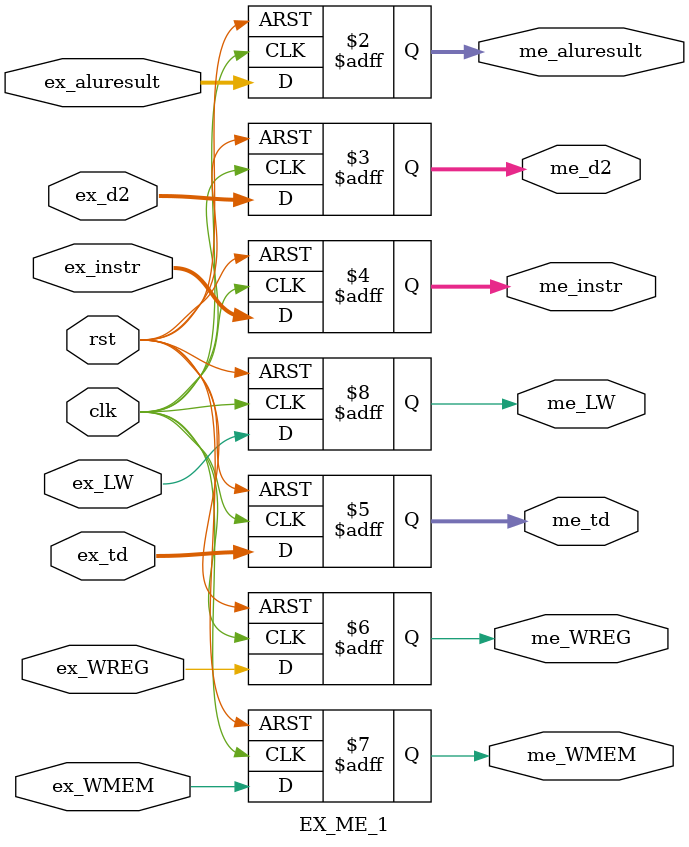
<source format=v>
module EX_ME_1(
	clk,rst,
	ex_aluresult, ex_td, ex_d2, ex_WREG, ex_WMEM, ex_LW,ex_instr,
	me_aluresult, me_td, me_d2, me_WREG, me_WMEM, me_LW,me_instr
    );
	input clk,rst;
	input wire [31:0] ex_aluresult,ex_d2,ex_instr;
	input wire [4:0] ex_td;
	input wire ex_WREG,ex_WMEM,ex_LW;
	output reg [31:0] me_aluresult,me_d2,me_instr;
	output reg [4:0] me_td;
	output reg me_WREG,me_WMEM,me_LW;
	always @(posedge clk or posedge rst)
	begin
	if(rst)
	begin
		me_aluresult <= 0;
		me_d2 <= 0;
		me_td <= 0;
		me_WREG <= 0;
		me_WMEM <= 0;
		me_LW <= 0;
		me_instr<=32'b100000;
	end
	else
	begin
		me_aluresult <= ex_aluresult;
		me_d2 <= ex_d2;
		me_td <= ex_td;
		me_WREG <= ex_WREG;
		me_WMEM <= ex_WMEM;
		me_LW <= ex_LW;
		me_instr<=ex_instr;
	end
	end
endmodule
</source>
